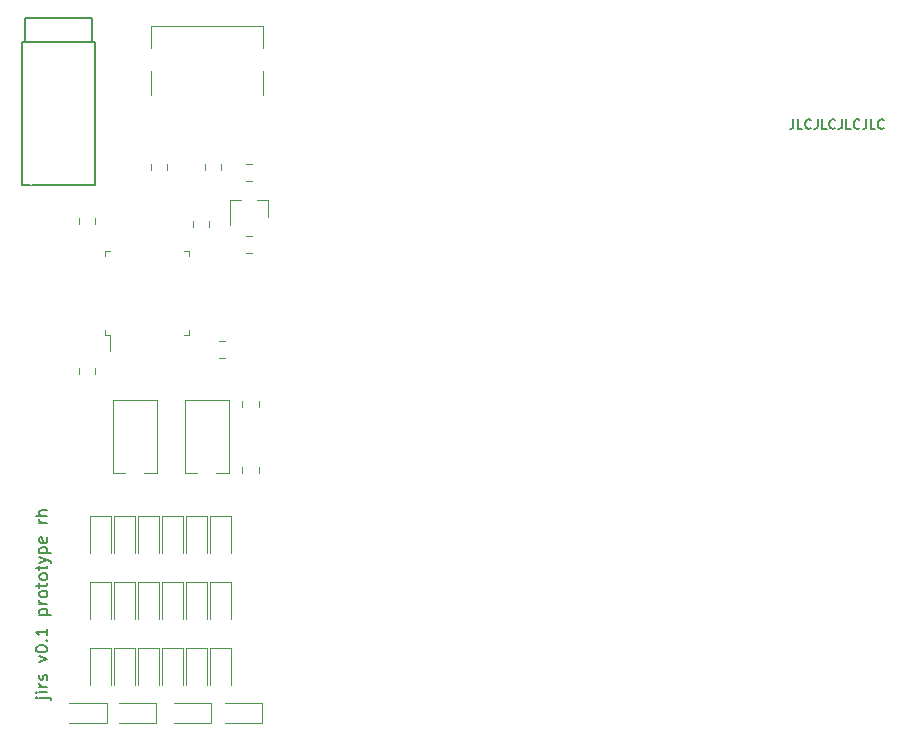
<source format=gto>
G04 #@! TF.GenerationSoftware,KiCad,Pcbnew,5.1.10*
G04 #@! TF.CreationDate,2021-06-22T11:56:20+03:00*
G04 #@! TF.ProjectId,right,72696768-742e-46b6-9963-61645f706362,rev?*
G04 #@! TF.SameCoordinates,Original*
G04 #@! TF.FileFunction,Legend,Top*
G04 #@! TF.FilePolarity,Positive*
%FSLAX46Y46*%
G04 Gerber Fmt 4.6, Leading zero omitted, Abs format (unit mm)*
G04 Created by KiCad (PCBNEW 5.1.10) date 2021-06-22 11:56:20*
%MOMM*%
%LPD*%
G01*
G04 APERTURE LIST*
%ADD10C,0.200000*%
%ADD11C,0.120000*%
%ADD12C,0.150000*%
%ADD13C,4.102000*%
%ADD14C,2.002000*%
%ADD15C,1.802000*%
%ADD16C,0.902000*%
%ADD17O,1.102000X1.502000*%
%ADD18O,1.102000X1.702000*%
%ADD19C,0.752000*%
%ADD20O,1.102000X2.202000*%
G04 APERTURE END LIST*
D10*
X146418761Y-72713904D02*
X146418761Y-73285333D01*
X146380666Y-73399619D01*
X146304476Y-73475809D01*
X146190190Y-73513904D01*
X146114000Y-73513904D01*
X147180666Y-73513904D02*
X146799714Y-73513904D01*
X146799714Y-72713904D01*
X147904476Y-73437714D02*
X147866380Y-73475809D01*
X147752095Y-73513904D01*
X147675904Y-73513904D01*
X147561619Y-73475809D01*
X147485428Y-73399619D01*
X147447333Y-73323428D01*
X147409238Y-73171047D01*
X147409238Y-73056761D01*
X147447333Y-72904380D01*
X147485428Y-72828190D01*
X147561619Y-72752000D01*
X147675904Y-72713904D01*
X147752095Y-72713904D01*
X147866380Y-72752000D01*
X147904476Y-72790095D01*
X148475904Y-72713904D02*
X148475904Y-73285333D01*
X148437809Y-73399619D01*
X148361619Y-73475809D01*
X148247333Y-73513904D01*
X148171142Y-73513904D01*
X149237809Y-73513904D02*
X148856857Y-73513904D01*
X148856857Y-72713904D01*
X149961619Y-73437714D02*
X149923523Y-73475809D01*
X149809238Y-73513904D01*
X149733047Y-73513904D01*
X149618761Y-73475809D01*
X149542571Y-73399619D01*
X149504476Y-73323428D01*
X149466380Y-73171047D01*
X149466380Y-73056761D01*
X149504476Y-72904380D01*
X149542571Y-72828190D01*
X149618761Y-72752000D01*
X149733047Y-72713904D01*
X149809238Y-72713904D01*
X149923523Y-72752000D01*
X149961619Y-72790095D01*
X150533047Y-72713904D02*
X150533047Y-73285333D01*
X150494952Y-73399619D01*
X150418761Y-73475809D01*
X150304476Y-73513904D01*
X150228285Y-73513904D01*
X151294952Y-73513904D02*
X150914000Y-73513904D01*
X150914000Y-72713904D01*
X152018761Y-73437714D02*
X151980666Y-73475809D01*
X151866380Y-73513904D01*
X151790190Y-73513904D01*
X151675904Y-73475809D01*
X151599714Y-73399619D01*
X151561619Y-73323428D01*
X151523523Y-73171047D01*
X151523523Y-73056761D01*
X151561619Y-72904380D01*
X151599714Y-72828190D01*
X151675904Y-72752000D01*
X151790190Y-72713904D01*
X151866380Y-72713904D01*
X151980666Y-72752000D01*
X152018761Y-72790095D01*
X152590190Y-72713904D02*
X152590190Y-73285333D01*
X152552095Y-73399619D01*
X152475904Y-73475809D01*
X152361619Y-73513904D01*
X152285428Y-73513904D01*
X153352095Y-73513904D02*
X152971142Y-73513904D01*
X152971142Y-72713904D01*
X154075904Y-73437714D02*
X154037809Y-73475809D01*
X153923523Y-73513904D01*
X153847333Y-73513904D01*
X153733047Y-73475809D01*
X153656857Y-73399619D01*
X153618761Y-73323428D01*
X153580666Y-73171047D01*
X153580666Y-73056761D01*
X153618761Y-72904380D01*
X153656857Y-72828190D01*
X153733047Y-72752000D01*
X153847333Y-72713904D01*
X153923523Y-72713904D01*
X154037809Y-72752000D01*
X154075904Y-72790095D01*
X82589714Y-121678904D02*
X83446857Y-121678904D01*
X83542095Y-121726523D01*
X83589714Y-121821761D01*
X83589714Y-121869380D01*
X82256380Y-121678904D02*
X82304000Y-121726523D01*
X82351619Y-121678904D01*
X82304000Y-121631285D01*
X82256380Y-121678904D01*
X82351619Y-121678904D01*
X83256380Y-121202714D02*
X82589714Y-121202714D01*
X82256380Y-121202714D02*
X82304000Y-121250333D01*
X82351619Y-121202714D01*
X82304000Y-121155095D01*
X82256380Y-121202714D01*
X82351619Y-121202714D01*
X83256380Y-120726523D02*
X82589714Y-120726523D01*
X82780190Y-120726523D02*
X82684952Y-120678904D01*
X82637333Y-120631285D01*
X82589714Y-120536047D01*
X82589714Y-120440809D01*
X83208761Y-120155095D02*
X83256380Y-120059857D01*
X83256380Y-119869380D01*
X83208761Y-119774142D01*
X83113523Y-119726523D01*
X83065904Y-119726523D01*
X82970666Y-119774142D01*
X82923047Y-119869380D01*
X82923047Y-120012238D01*
X82875428Y-120107476D01*
X82780190Y-120155095D01*
X82732571Y-120155095D01*
X82637333Y-120107476D01*
X82589714Y-120012238D01*
X82589714Y-119869380D01*
X82637333Y-119774142D01*
X82589714Y-118631285D02*
X83256380Y-118393190D01*
X82589714Y-118155095D01*
X82256380Y-117583666D02*
X82256380Y-117488428D01*
X82304000Y-117393190D01*
X82351619Y-117345571D01*
X82446857Y-117297952D01*
X82637333Y-117250333D01*
X82875428Y-117250333D01*
X83065904Y-117297952D01*
X83161142Y-117345571D01*
X83208761Y-117393190D01*
X83256380Y-117488428D01*
X83256380Y-117583666D01*
X83208761Y-117678904D01*
X83161142Y-117726523D01*
X83065904Y-117774142D01*
X82875428Y-117821761D01*
X82637333Y-117821761D01*
X82446857Y-117774142D01*
X82351619Y-117726523D01*
X82304000Y-117678904D01*
X82256380Y-117583666D01*
X83161142Y-116821761D02*
X83208761Y-116774142D01*
X83256380Y-116821761D01*
X83208761Y-116869380D01*
X83161142Y-116821761D01*
X83256380Y-116821761D01*
X83256380Y-115821761D02*
X83256380Y-116393190D01*
X83256380Y-116107476D02*
X82256380Y-116107476D01*
X82399238Y-116202714D01*
X82494476Y-116297952D01*
X82542095Y-116393190D01*
X82589714Y-114631285D02*
X83589714Y-114631285D01*
X82637333Y-114631285D02*
X82589714Y-114536047D01*
X82589714Y-114345571D01*
X82637333Y-114250333D01*
X82684952Y-114202714D01*
X82780190Y-114155095D01*
X83065904Y-114155095D01*
X83161142Y-114202714D01*
X83208761Y-114250333D01*
X83256380Y-114345571D01*
X83256380Y-114536047D01*
X83208761Y-114631285D01*
X83256380Y-113726523D02*
X82589714Y-113726523D01*
X82780190Y-113726523D02*
X82684952Y-113678904D01*
X82637333Y-113631285D01*
X82589714Y-113536047D01*
X82589714Y-113440809D01*
X83256380Y-112964619D02*
X83208761Y-113059857D01*
X83161142Y-113107476D01*
X83065904Y-113155095D01*
X82780190Y-113155095D01*
X82684952Y-113107476D01*
X82637333Y-113059857D01*
X82589714Y-112964619D01*
X82589714Y-112821761D01*
X82637333Y-112726523D01*
X82684952Y-112678904D01*
X82780190Y-112631285D01*
X83065904Y-112631285D01*
X83161142Y-112678904D01*
X83208761Y-112726523D01*
X83256380Y-112821761D01*
X83256380Y-112964619D01*
X82589714Y-112345571D02*
X82589714Y-111964619D01*
X82256380Y-112202714D02*
X83113523Y-112202714D01*
X83208761Y-112155095D01*
X83256380Y-112059857D01*
X83256380Y-111964619D01*
X83256380Y-111488428D02*
X83208761Y-111583666D01*
X83161142Y-111631285D01*
X83065904Y-111678904D01*
X82780190Y-111678904D01*
X82684952Y-111631285D01*
X82637333Y-111583666D01*
X82589714Y-111488428D01*
X82589714Y-111345571D01*
X82637333Y-111250333D01*
X82684952Y-111202714D01*
X82780190Y-111155095D01*
X83065904Y-111155095D01*
X83161142Y-111202714D01*
X83208761Y-111250333D01*
X83256380Y-111345571D01*
X83256380Y-111488428D01*
X82589714Y-110869380D02*
X82589714Y-110488428D01*
X82256380Y-110726523D02*
X83113523Y-110726523D01*
X83208761Y-110678904D01*
X83256380Y-110583666D01*
X83256380Y-110488428D01*
X82589714Y-110250333D02*
X83256380Y-110012238D01*
X82589714Y-109774142D02*
X83256380Y-110012238D01*
X83494476Y-110107476D01*
X83542095Y-110155095D01*
X83589714Y-110250333D01*
X82589714Y-109393190D02*
X83589714Y-109393190D01*
X82637333Y-109393190D02*
X82589714Y-109297952D01*
X82589714Y-109107476D01*
X82637333Y-109012238D01*
X82684952Y-108964619D01*
X82780190Y-108917000D01*
X83065904Y-108917000D01*
X83161142Y-108964619D01*
X83208761Y-109012238D01*
X83256380Y-109107476D01*
X83256380Y-109297952D01*
X83208761Y-109393190D01*
X83208761Y-108107476D02*
X83256380Y-108202714D01*
X83256380Y-108393190D01*
X83208761Y-108488428D01*
X83113523Y-108536047D01*
X82732571Y-108536047D01*
X82637333Y-108488428D01*
X82589714Y-108393190D01*
X82589714Y-108202714D01*
X82637333Y-108107476D01*
X82732571Y-108059857D01*
X82827809Y-108059857D01*
X82923047Y-108536047D01*
X83256380Y-106869380D02*
X82589714Y-106869380D01*
X82780190Y-106869380D02*
X82684952Y-106821761D01*
X82637333Y-106774142D01*
X82589714Y-106678904D01*
X82589714Y-106583666D01*
X83256380Y-106250333D02*
X82256380Y-106250333D01*
X83256380Y-105821761D02*
X82732571Y-105821761D01*
X82637333Y-105869380D01*
X82589714Y-105964619D01*
X82589714Y-106107476D01*
X82637333Y-106202714D01*
X82684952Y-106250333D01*
D11*
X88828000Y-102628000D02*
X88828000Y-96508000D01*
X88828000Y-96508000D02*
X92528000Y-96508000D01*
X92528000Y-96508000D02*
X92528000Y-102628000D01*
X92528000Y-102628000D02*
X88828000Y-102628000D01*
X94924000Y-96508000D02*
X98624000Y-96508000D01*
X94924000Y-102628000D02*
X94924000Y-96508000D01*
X98624000Y-102628000D02*
X94924000Y-102628000D01*
X98624000Y-96508000D02*
X98624000Y-102628000D01*
X99747000Y-102100748D02*
X99747000Y-102623252D01*
X101167000Y-102100748D02*
X101167000Y-102623252D01*
X87324000Y-81018748D02*
X87324000Y-81541252D01*
X85904000Y-81018748D02*
X85904000Y-81541252D01*
X96976000Y-81795252D02*
X96976000Y-81272748D01*
X95556000Y-81795252D02*
X95556000Y-81272748D01*
X97782748Y-91492000D02*
X98305252Y-91492000D01*
X97782748Y-92912000D02*
X98305252Y-92912000D01*
X85904000Y-93718748D02*
X85904000Y-94241252D01*
X87324000Y-93718748D02*
X87324000Y-94241252D01*
X100068748Y-82602000D02*
X100591252Y-82602000D01*
X100068748Y-84022000D02*
X100591252Y-84022000D01*
X100068748Y-77926000D02*
X100591252Y-77926000D01*
X100068748Y-76506000D02*
X100591252Y-76506000D01*
X88280000Y-123786000D02*
X88280000Y-122086000D01*
X88280000Y-122086000D02*
X85130000Y-122086000D01*
X88280000Y-123786000D02*
X85130000Y-123786000D01*
X88607000Y-111892000D02*
X88607000Y-115042000D01*
X86907000Y-111892000D02*
X86907000Y-115042000D01*
X88607000Y-111892000D02*
X86907000Y-111892000D01*
X88607000Y-106304000D02*
X86907000Y-106304000D01*
X86907000Y-106304000D02*
X86907000Y-109454000D01*
X88607000Y-106304000D02*
X88607000Y-109454000D01*
X101448000Y-123786000D02*
X98298000Y-123786000D01*
X101448000Y-122086000D02*
X98298000Y-122086000D01*
X101448000Y-123786000D02*
X101448000Y-122086000D01*
X94703000Y-117480000D02*
X93003000Y-117480000D01*
X93003000Y-117480000D02*
X93003000Y-120630000D01*
X94703000Y-117480000D02*
X94703000Y-120630000D01*
X94703000Y-111892000D02*
X94703000Y-115042000D01*
X93003000Y-111892000D02*
X93003000Y-115042000D01*
X94703000Y-111892000D02*
X93003000Y-111892000D01*
X94703000Y-106304000D02*
X93003000Y-106304000D01*
X93003000Y-106304000D02*
X93003000Y-109454000D01*
X94703000Y-106304000D02*
X94703000Y-109454000D01*
X98767000Y-117480000D02*
X98767000Y-120630000D01*
X97067000Y-117480000D02*
X97067000Y-120630000D01*
X98767000Y-117480000D02*
X97067000Y-117480000D01*
X98767000Y-111892000D02*
X97067000Y-111892000D01*
X97067000Y-111892000D02*
X97067000Y-115042000D01*
X98767000Y-111892000D02*
X98767000Y-115042000D01*
X98767000Y-106304000D02*
X98767000Y-109454000D01*
X97067000Y-106304000D02*
X97067000Y-109454000D01*
X98767000Y-106304000D02*
X97067000Y-106304000D01*
X88607000Y-117480000D02*
X86907000Y-117480000D01*
X86907000Y-117480000D02*
X86907000Y-120630000D01*
X88607000Y-117480000D02*
X88607000Y-120630000D01*
X96735000Y-111892000D02*
X96735000Y-115042000D01*
X95035000Y-111892000D02*
X95035000Y-115042000D01*
X96735000Y-111892000D02*
X95035000Y-111892000D01*
X92471000Y-123786000D02*
X92471000Y-122086000D01*
X92471000Y-122086000D02*
X89321000Y-122086000D01*
X92471000Y-123786000D02*
X89321000Y-123786000D01*
X90639000Y-111892000D02*
X90639000Y-115042000D01*
X88939000Y-111892000D02*
X88939000Y-115042000D01*
X90639000Y-111892000D02*
X88939000Y-111892000D01*
X90639000Y-106304000D02*
X88939000Y-106304000D01*
X88939000Y-106304000D02*
X88939000Y-109454000D01*
X90639000Y-106304000D02*
X90639000Y-109454000D01*
X97130000Y-123786000D02*
X93980000Y-123786000D01*
X97130000Y-122086000D02*
X93980000Y-122086000D01*
X97130000Y-123786000D02*
X97130000Y-122086000D01*
X92671000Y-117480000D02*
X90971000Y-117480000D01*
X90971000Y-117480000D02*
X90971000Y-120630000D01*
X92671000Y-117480000D02*
X92671000Y-120630000D01*
X92671000Y-111892000D02*
X92671000Y-115042000D01*
X90971000Y-111892000D02*
X90971000Y-115042000D01*
X92671000Y-111892000D02*
X90971000Y-111892000D01*
X92671000Y-106304000D02*
X90971000Y-106304000D01*
X90971000Y-106304000D02*
X90971000Y-109454000D01*
X92671000Y-106304000D02*
X92671000Y-109454000D01*
X96735000Y-117480000D02*
X96735000Y-120630000D01*
X95035000Y-117480000D02*
X95035000Y-120630000D01*
X96735000Y-117480000D02*
X95035000Y-117480000D01*
X96735000Y-106304000D02*
X95035000Y-106304000D01*
X95035000Y-106304000D02*
X95035000Y-109454000D01*
X96735000Y-106304000D02*
X96735000Y-109454000D01*
X90639000Y-117480000D02*
X90639000Y-120630000D01*
X88939000Y-117480000D02*
X88939000Y-120630000D01*
X90639000Y-117480000D02*
X88939000Y-117480000D01*
X95254000Y-90936000D02*
X95254000Y-90516000D01*
X88134000Y-90936000D02*
X88554000Y-90936000D01*
X88554000Y-90936000D02*
X88554000Y-92316000D01*
X88134000Y-83816000D02*
X88134000Y-84236000D01*
X95254000Y-83816000D02*
X95254000Y-84236000D01*
X88134000Y-90936000D02*
X88134000Y-90516000D01*
X95254000Y-90936000D02*
X94834000Y-90936000D01*
X95254000Y-83816000D02*
X94834000Y-83816000D01*
X88134000Y-83816000D02*
X88554000Y-83816000D01*
X101910000Y-79504000D02*
X101910000Y-80964000D01*
X98750000Y-79504000D02*
X98750000Y-81664000D01*
X98750000Y-79504000D02*
X99680000Y-79504000D01*
X101910000Y-79504000D02*
X100980000Y-79504000D01*
X96572000Y-76446748D02*
X96572000Y-76969252D01*
X97992000Y-76446748D02*
X97992000Y-76969252D01*
X93420000Y-76446748D02*
X93420000Y-76969252D01*
X92000000Y-76446748D02*
X92000000Y-76969252D01*
X99747000Y-96512748D02*
X99747000Y-97035252D01*
X101167000Y-96512748D02*
X101167000Y-97035252D01*
D12*
X87251000Y-66167000D02*
X81151000Y-66167000D01*
X87251000Y-78267000D02*
X81151000Y-78267000D01*
X87251000Y-66167000D02*
X87251000Y-78267000D01*
X81151000Y-66167000D02*
X81151000Y-78267000D01*
X87001000Y-66167000D02*
X87001000Y-64167000D01*
X81401000Y-66167000D02*
X81401000Y-64167000D01*
X87001000Y-64167000D02*
X81401000Y-64167000D01*
D11*
X101474000Y-64807000D02*
X92074000Y-64807000D01*
X92074000Y-70607000D02*
X92074000Y-68607000D01*
X92074000Y-66707000D02*
X92074000Y-64807000D01*
X101474000Y-70607000D02*
X101474000Y-68607000D01*
X101474000Y-66707000D02*
X101474000Y-64807000D01*
%LPC*%
D13*
X131064000Y-129032000D03*
D14*
X125564000Y-129032000D03*
X136564000Y-129032000D03*
D15*
X136144000Y-129032000D03*
X125984000Y-129032000D03*
D13*
X112014000Y-74422000D03*
D14*
X106514000Y-74422000D03*
X117514000Y-74422000D03*
D15*
X117094000Y-74422000D03*
X106934000Y-74422000D03*
X87884000Y-134112000D03*
X98044000Y-134112000D03*
D14*
X98464000Y-134112000D03*
X87464000Y-134112000D03*
D13*
X92964000Y-134112000D03*
X207264000Y-84582000D03*
D14*
X201764000Y-84582000D03*
X212764000Y-84582000D03*
D15*
X212344000Y-84582000D03*
X202184000Y-84582000D03*
X202184000Y-103632000D03*
X212344000Y-103632000D03*
D14*
X212764000Y-103632000D03*
X201764000Y-103632000D03*
D13*
X207264000Y-103632000D03*
X207264000Y-122682000D03*
D14*
X201764000Y-122682000D03*
X212764000Y-122682000D03*
D15*
X212344000Y-122682000D03*
X202184000Y-122682000D03*
X164084000Y-71882000D03*
X174244000Y-71882000D03*
D14*
X174664000Y-71882000D03*
X163664000Y-71882000D03*
D13*
X169164000Y-71882000D03*
X112014000Y-93472000D03*
D14*
X106514000Y-93472000D03*
X117514000Y-93472000D03*
D15*
X117094000Y-93472000D03*
X106934000Y-93472000D03*
X164084000Y-90932000D03*
X174244000Y-90932000D03*
D14*
X174664000Y-90932000D03*
X163664000Y-90932000D03*
D13*
X169164000Y-90932000D03*
X169164000Y-109982000D03*
D14*
X163664000Y-109982000D03*
X174664000Y-109982000D03*
D15*
X174244000Y-109982000D03*
X164084000Y-109982000D03*
X221234000Y-99314000D03*
X231394000Y-99314000D03*
D14*
X231814000Y-99314000D03*
X220814000Y-99314000D03*
D13*
X226314000Y-99314000D03*
D15*
X106934000Y-112522000D03*
X117094000Y-112522000D03*
D14*
X117514000Y-112522000D03*
X106514000Y-112522000D03*
D13*
X112014000Y-112522000D03*
X188214000Y-82042000D03*
D14*
X182714000Y-82042000D03*
X193714000Y-82042000D03*
D15*
X193294000Y-82042000D03*
X183134000Y-82042000D03*
X183134000Y-101092000D03*
X193294000Y-101092000D03*
D14*
X193714000Y-101092000D03*
X182714000Y-101092000D03*
D13*
X188214000Y-101092000D03*
X188214000Y-120142000D03*
D14*
X182714000Y-120142000D03*
X193714000Y-120142000D03*
D15*
X193294000Y-120142000D03*
X183134000Y-120142000D03*
X145034000Y-69342000D03*
X155194000Y-69342000D03*
D14*
X155614000Y-69342000D03*
X144614000Y-69342000D03*
D13*
X150114000Y-69342000D03*
X150114000Y-88392000D03*
D14*
X144614000Y-88392000D03*
X155614000Y-88392000D03*
D15*
X155194000Y-88392000D03*
X145034000Y-88392000D03*
X145034000Y-107442000D03*
X155194000Y-107442000D03*
D14*
X155614000Y-107442000D03*
X144614000Y-107442000D03*
D13*
X150114000Y-107442000D03*
X131064000Y-71882000D03*
D14*
X125564000Y-71882000D03*
X136564000Y-71882000D03*
D15*
X136144000Y-71882000D03*
X125984000Y-71882000D03*
X125984000Y-90932000D03*
X136144000Y-90932000D03*
D14*
X136564000Y-90932000D03*
X125564000Y-90932000D03*
D13*
X131064000Y-90932000D03*
X131064000Y-109982000D03*
D14*
X125564000Y-109982000D03*
X136564000Y-109982000D03*
D15*
X136144000Y-109982000D03*
X125984000Y-109982000D03*
X106934000Y-131572000D03*
X117094000Y-131572000D03*
D14*
X117514000Y-131572000D03*
X106514000Y-131572000D03*
D13*
X112014000Y-131572000D03*
G36*
G01*
X91428000Y-96469000D02*
X89928000Y-96469000D01*
G75*
G02*
X89877000Y-96418000I0J51000D01*
G01*
X89877000Y-94918000D01*
G75*
G02*
X89928000Y-94867000I51000J0D01*
G01*
X91428000Y-94867000D01*
G75*
G02*
X91479000Y-94918000I0J-51000D01*
G01*
X91479000Y-96418000D01*
G75*
G02*
X91428000Y-96469000I-51000J0D01*
G01*
G37*
G36*
G01*
X91428000Y-104269000D02*
X89928000Y-104269000D01*
G75*
G02*
X89877000Y-104218000I0J51000D01*
G01*
X89877000Y-102718000D01*
G75*
G02*
X89928000Y-102667000I51000J0D01*
G01*
X91428000Y-102667000D01*
G75*
G02*
X91479000Y-102718000I0J-51000D01*
G01*
X91479000Y-104218000D01*
G75*
G02*
X91428000Y-104269000I-51000J0D01*
G01*
G37*
G36*
G01*
X96024000Y-94867000D02*
X97524000Y-94867000D01*
G75*
G02*
X97575000Y-94918000I0J-51000D01*
G01*
X97575000Y-96418000D01*
G75*
G02*
X97524000Y-96469000I-51000J0D01*
G01*
X96024000Y-96469000D01*
G75*
G02*
X95973000Y-96418000I0J51000D01*
G01*
X95973000Y-94918000D01*
G75*
G02*
X96024000Y-94867000I51000J0D01*
G01*
G37*
G36*
G01*
X96024000Y-102667000D02*
X97524000Y-102667000D01*
G75*
G02*
X97575000Y-102718000I0J-51000D01*
G01*
X97575000Y-104218000D01*
G75*
G02*
X97524000Y-104269000I-51000J0D01*
G01*
X96024000Y-104269000D01*
G75*
G02*
X95973000Y-104218000I0J51000D01*
G01*
X95973000Y-102718000D01*
G75*
G02*
X96024000Y-102667000I51000J0D01*
G01*
G37*
G36*
G01*
X99978172Y-100711000D02*
X100935828Y-100711000D01*
G75*
G02*
X101208000Y-100983172I0J-272172D01*
G01*
X101208000Y-101690828D01*
G75*
G02*
X100935828Y-101963000I-272172J0D01*
G01*
X99978172Y-101963000D01*
G75*
G02*
X99706000Y-101690828I0J272172D01*
G01*
X99706000Y-100983172D01*
G75*
G02*
X99978172Y-100711000I272172J0D01*
G01*
G37*
G36*
G01*
X99978172Y-102761000D02*
X100935828Y-102761000D01*
G75*
G02*
X101208000Y-103033172I0J-272172D01*
G01*
X101208000Y-103740828D01*
G75*
G02*
X100935828Y-104013000I-272172J0D01*
G01*
X99978172Y-104013000D01*
G75*
G02*
X99706000Y-103740828I0J272172D01*
G01*
X99706000Y-103033172D01*
G75*
G02*
X99978172Y-102761000I272172J0D01*
G01*
G37*
G36*
G01*
X86135172Y-81679000D02*
X87092828Y-81679000D01*
G75*
G02*
X87365000Y-81951172I0J-272172D01*
G01*
X87365000Y-82658828D01*
G75*
G02*
X87092828Y-82931000I-272172J0D01*
G01*
X86135172Y-82931000D01*
G75*
G02*
X85863000Y-82658828I0J272172D01*
G01*
X85863000Y-81951172D01*
G75*
G02*
X86135172Y-81679000I272172J0D01*
G01*
G37*
G36*
G01*
X86135172Y-79629000D02*
X87092828Y-79629000D01*
G75*
G02*
X87365000Y-79901172I0J-272172D01*
G01*
X87365000Y-80608828D01*
G75*
G02*
X87092828Y-80881000I-272172J0D01*
G01*
X86135172Y-80881000D01*
G75*
G02*
X85863000Y-80608828I0J272172D01*
G01*
X85863000Y-79901172D01*
G75*
G02*
X86135172Y-79629000I272172J0D01*
G01*
G37*
G36*
G01*
X96744828Y-83185000D02*
X95787172Y-83185000D01*
G75*
G02*
X95515000Y-82912828I0J272172D01*
G01*
X95515000Y-82205172D01*
G75*
G02*
X95787172Y-81933000I272172J0D01*
G01*
X96744828Y-81933000D01*
G75*
G02*
X97017000Y-82205172I0J-272172D01*
G01*
X97017000Y-82912828D01*
G75*
G02*
X96744828Y-83185000I-272172J0D01*
G01*
G37*
G36*
G01*
X96744828Y-81135000D02*
X95787172Y-81135000D01*
G75*
G02*
X95515000Y-80862828I0J272172D01*
G01*
X95515000Y-80155172D01*
G75*
G02*
X95787172Y-79883000I272172J0D01*
G01*
X96744828Y-79883000D01*
G75*
G02*
X97017000Y-80155172I0J-272172D01*
G01*
X97017000Y-80862828D01*
G75*
G02*
X96744828Y-81135000I-272172J0D01*
G01*
G37*
G36*
G01*
X98443000Y-92680828D02*
X98443000Y-91723172D01*
G75*
G02*
X98715172Y-91451000I272172J0D01*
G01*
X99422828Y-91451000D01*
G75*
G02*
X99695000Y-91723172I0J-272172D01*
G01*
X99695000Y-92680828D01*
G75*
G02*
X99422828Y-92953000I-272172J0D01*
G01*
X98715172Y-92953000D01*
G75*
G02*
X98443000Y-92680828I0J272172D01*
G01*
G37*
G36*
G01*
X96393000Y-92680828D02*
X96393000Y-91723172D01*
G75*
G02*
X96665172Y-91451000I272172J0D01*
G01*
X97372828Y-91451000D01*
G75*
G02*
X97645000Y-91723172I0J-272172D01*
G01*
X97645000Y-92680828D01*
G75*
G02*
X97372828Y-92953000I-272172J0D01*
G01*
X96665172Y-92953000D01*
G75*
G02*
X96393000Y-92680828I0J272172D01*
G01*
G37*
G36*
G01*
X86135172Y-92329000D02*
X87092828Y-92329000D01*
G75*
G02*
X87365000Y-92601172I0J-272172D01*
G01*
X87365000Y-93308828D01*
G75*
G02*
X87092828Y-93581000I-272172J0D01*
G01*
X86135172Y-93581000D01*
G75*
G02*
X85863000Y-93308828I0J272172D01*
G01*
X85863000Y-92601172D01*
G75*
G02*
X86135172Y-92329000I272172J0D01*
G01*
G37*
G36*
G01*
X86135172Y-94379000D02*
X87092828Y-94379000D01*
G75*
G02*
X87365000Y-94651172I0J-272172D01*
G01*
X87365000Y-95358828D01*
G75*
G02*
X87092828Y-95631000I-272172J0D01*
G01*
X86135172Y-95631000D01*
G75*
G02*
X85863000Y-95358828I0J272172D01*
G01*
X85863000Y-94651172D01*
G75*
G02*
X86135172Y-94379000I272172J0D01*
G01*
G37*
G36*
G01*
X100729000Y-83790828D02*
X100729000Y-82833172D01*
G75*
G02*
X101001172Y-82561000I272172J0D01*
G01*
X101708828Y-82561000D01*
G75*
G02*
X101981000Y-82833172I0J-272172D01*
G01*
X101981000Y-83790828D01*
G75*
G02*
X101708828Y-84063000I-272172J0D01*
G01*
X101001172Y-84063000D01*
G75*
G02*
X100729000Y-83790828I0J272172D01*
G01*
G37*
G36*
G01*
X98679000Y-83790828D02*
X98679000Y-82833172D01*
G75*
G02*
X98951172Y-82561000I272172J0D01*
G01*
X99658828Y-82561000D01*
G75*
G02*
X99931000Y-82833172I0J-272172D01*
G01*
X99931000Y-83790828D01*
G75*
G02*
X99658828Y-84063000I-272172J0D01*
G01*
X98951172Y-84063000D01*
G75*
G02*
X98679000Y-83790828I0J272172D01*
G01*
G37*
G36*
G01*
X98679000Y-77694828D02*
X98679000Y-76737172D01*
G75*
G02*
X98951172Y-76465000I272172J0D01*
G01*
X99658828Y-76465000D01*
G75*
G02*
X99931000Y-76737172I0J-272172D01*
G01*
X99931000Y-77694828D01*
G75*
G02*
X99658828Y-77967000I-272172J0D01*
G01*
X98951172Y-77967000D01*
G75*
G02*
X98679000Y-77694828I0J272172D01*
G01*
G37*
G36*
G01*
X100729000Y-77694828D02*
X100729000Y-76737172D01*
G75*
G02*
X101001172Y-76465000I272172J0D01*
G01*
X101708828Y-76465000D01*
G75*
G02*
X101981000Y-76737172I0J-272172D01*
G01*
X101981000Y-77694828D01*
G75*
G02*
X101708828Y-77967000I-272172J0D01*
G01*
X101001172Y-77967000D01*
G75*
G02*
X100729000Y-77694828I0J272172D01*
G01*
G37*
G36*
G01*
X85681000Y-122436000D02*
X85681000Y-123436000D01*
G75*
G02*
X85630000Y-123487000I-51000J0D01*
G01*
X84630000Y-123487000D01*
G75*
G02*
X84579000Y-123436000I0J51000D01*
G01*
X84579000Y-122436000D01*
G75*
G02*
X84630000Y-122385000I51000J0D01*
G01*
X85630000Y-122385000D01*
G75*
G02*
X85681000Y-122436000I0J-51000D01*
G01*
G37*
G36*
G01*
X88181000Y-122436000D02*
X88181000Y-123436000D01*
G75*
G02*
X88130000Y-123487000I-51000J0D01*
G01*
X87130000Y-123487000D01*
G75*
G02*
X87079000Y-123436000I0J51000D01*
G01*
X87079000Y-122436000D01*
G75*
G02*
X87130000Y-122385000I51000J0D01*
G01*
X88130000Y-122385000D01*
G75*
G02*
X88181000Y-122436000I0J-51000D01*
G01*
G37*
G36*
G01*
X87257000Y-111991000D02*
X88257000Y-111991000D01*
G75*
G02*
X88308000Y-112042000I0J-51000D01*
G01*
X88308000Y-113042000D01*
G75*
G02*
X88257000Y-113093000I-51000J0D01*
G01*
X87257000Y-113093000D01*
G75*
G02*
X87206000Y-113042000I0J51000D01*
G01*
X87206000Y-112042000D01*
G75*
G02*
X87257000Y-111991000I51000J0D01*
G01*
G37*
G36*
G01*
X87257000Y-114491000D02*
X88257000Y-114491000D01*
G75*
G02*
X88308000Y-114542000I0J-51000D01*
G01*
X88308000Y-115542000D01*
G75*
G02*
X88257000Y-115593000I-51000J0D01*
G01*
X87257000Y-115593000D01*
G75*
G02*
X87206000Y-115542000I0J51000D01*
G01*
X87206000Y-114542000D01*
G75*
G02*
X87257000Y-114491000I51000J0D01*
G01*
G37*
G36*
G01*
X87257000Y-108903000D02*
X88257000Y-108903000D01*
G75*
G02*
X88308000Y-108954000I0J-51000D01*
G01*
X88308000Y-109954000D01*
G75*
G02*
X88257000Y-110005000I-51000J0D01*
G01*
X87257000Y-110005000D01*
G75*
G02*
X87206000Y-109954000I0J51000D01*
G01*
X87206000Y-108954000D01*
G75*
G02*
X87257000Y-108903000I51000J0D01*
G01*
G37*
G36*
G01*
X87257000Y-106403000D02*
X88257000Y-106403000D01*
G75*
G02*
X88308000Y-106454000I0J-51000D01*
G01*
X88308000Y-107454000D01*
G75*
G02*
X88257000Y-107505000I-51000J0D01*
G01*
X87257000Y-107505000D01*
G75*
G02*
X87206000Y-107454000I0J51000D01*
G01*
X87206000Y-106454000D01*
G75*
G02*
X87257000Y-106403000I51000J0D01*
G01*
G37*
G36*
G01*
X101349000Y-122436000D02*
X101349000Y-123436000D01*
G75*
G02*
X101298000Y-123487000I-51000J0D01*
G01*
X100298000Y-123487000D01*
G75*
G02*
X100247000Y-123436000I0J51000D01*
G01*
X100247000Y-122436000D01*
G75*
G02*
X100298000Y-122385000I51000J0D01*
G01*
X101298000Y-122385000D01*
G75*
G02*
X101349000Y-122436000I0J-51000D01*
G01*
G37*
G36*
G01*
X98849000Y-122436000D02*
X98849000Y-123436000D01*
G75*
G02*
X98798000Y-123487000I-51000J0D01*
G01*
X97798000Y-123487000D01*
G75*
G02*
X97747000Y-123436000I0J51000D01*
G01*
X97747000Y-122436000D01*
G75*
G02*
X97798000Y-122385000I51000J0D01*
G01*
X98798000Y-122385000D01*
G75*
G02*
X98849000Y-122436000I0J-51000D01*
G01*
G37*
G36*
G01*
X93353000Y-120079000D02*
X94353000Y-120079000D01*
G75*
G02*
X94404000Y-120130000I0J-51000D01*
G01*
X94404000Y-121130000D01*
G75*
G02*
X94353000Y-121181000I-51000J0D01*
G01*
X93353000Y-121181000D01*
G75*
G02*
X93302000Y-121130000I0J51000D01*
G01*
X93302000Y-120130000D01*
G75*
G02*
X93353000Y-120079000I51000J0D01*
G01*
G37*
G36*
G01*
X93353000Y-117579000D02*
X94353000Y-117579000D01*
G75*
G02*
X94404000Y-117630000I0J-51000D01*
G01*
X94404000Y-118630000D01*
G75*
G02*
X94353000Y-118681000I-51000J0D01*
G01*
X93353000Y-118681000D01*
G75*
G02*
X93302000Y-118630000I0J51000D01*
G01*
X93302000Y-117630000D01*
G75*
G02*
X93353000Y-117579000I51000J0D01*
G01*
G37*
G36*
G01*
X93353000Y-111991000D02*
X94353000Y-111991000D01*
G75*
G02*
X94404000Y-112042000I0J-51000D01*
G01*
X94404000Y-113042000D01*
G75*
G02*
X94353000Y-113093000I-51000J0D01*
G01*
X93353000Y-113093000D01*
G75*
G02*
X93302000Y-113042000I0J51000D01*
G01*
X93302000Y-112042000D01*
G75*
G02*
X93353000Y-111991000I51000J0D01*
G01*
G37*
G36*
G01*
X93353000Y-114491000D02*
X94353000Y-114491000D01*
G75*
G02*
X94404000Y-114542000I0J-51000D01*
G01*
X94404000Y-115542000D01*
G75*
G02*
X94353000Y-115593000I-51000J0D01*
G01*
X93353000Y-115593000D01*
G75*
G02*
X93302000Y-115542000I0J51000D01*
G01*
X93302000Y-114542000D01*
G75*
G02*
X93353000Y-114491000I51000J0D01*
G01*
G37*
G36*
G01*
X93353000Y-108903000D02*
X94353000Y-108903000D01*
G75*
G02*
X94404000Y-108954000I0J-51000D01*
G01*
X94404000Y-109954000D01*
G75*
G02*
X94353000Y-110005000I-51000J0D01*
G01*
X93353000Y-110005000D01*
G75*
G02*
X93302000Y-109954000I0J51000D01*
G01*
X93302000Y-108954000D01*
G75*
G02*
X93353000Y-108903000I51000J0D01*
G01*
G37*
G36*
G01*
X93353000Y-106403000D02*
X94353000Y-106403000D01*
G75*
G02*
X94404000Y-106454000I0J-51000D01*
G01*
X94404000Y-107454000D01*
G75*
G02*
X94353000Y-107505000I-51000J0D01*
G01*
X93353000Y-107505000D01*
G75*
G02*
X93302000Y-107454000I0J51000D01*
G01*
X93302000Y-106454000D01*
G75*
G02*
X93353000Y-106403000I51000J0D01*
G01*
G37*
G36*
G01*
X97417000Y-117579000D02*
X98417000Y-117579000D01*
G75*
G02*
X98468000Y-117630000I0J-51000D01*
G01*
X98468000Y-118630000D01*
G75*
G02*
X98417000Y-118681000I-51000J0D01*
G01*
X97417000Y-118681000D01*
G75*
G02*
X97366000Y-118630000I0J51000D01*
G01*
X97366000Y-117630000D01*
G75*
G02*
X97417000Y-117579000I51000J0D01*
G01*
G37*
G36*
G01*
X97417000Y-120079000D02*
X98417000Y-120079000D01*
G75*
G02*
X98468000Y-120130000I0J-51000D01*
G01*
X98468000Y-121130000D01*
G75*
G02*
X98417000Y-121181000I-51000J0D01*
G01*
X97417000Y-121181000D01*
G75*
G02*
X97366000Y-121130000I0J51000D01*
G01*
X97366000Y-120130000D01*
G75*
G02*
X97417000Y-120079000I51000J0D01*
G01*
G37*
G36*
G01*
X97417000Y-114491000D02*
X98417000Y-114491000D01*
G75*
G02*
X98468000Y-114542000I0J-51000D01*
G01*
X98468000Y-115542000D01*
G75*
G02*
X98417000Y-115593000I-51000J0D01*
G01*
X97417000Y-115593000D01*
G75*
G02*
X97366000Y-115542000I0J51000D01*
G01*
X97366000Y-114542000D01*
G75*
G02*
X97417000Y-114491000I51000J0D01*
G01*
G37*
G36*
G01*
X97417000Y-111991000D02*
X98417000Y-111991000D01*
G75*
G02*
X98468000Y-112042000I0J-51000D01*
G01*
X98468000Y-113042000D01*
G75*
G02*
X98417000Y-113093000I-51000J0D01*
G01*
X97417000Y-113093000D01*
G75*
G02*
X97366000Y-113042000I0J51000D01*
G01*
X97366000Y-112042000D01*
G75*
G02*
X97417000Y-111991000I51000J0D01*
G01*
G37*
G36*
G01*
X97417000Y-106403000D02*
X98417000Y-106403000D01*
G75*
G02*
X98468000Y-106454000I0J-51000D01*
G01*
X98468000Y-107454000D01*
G75*
G02*
X98417000Y-107505000I-51000J0D01*
G01*
X97417000Y-107505000D01*
G75*
G02*
X97366000Y-107454000I0J51000D01*
G01*
X97366000Y-106454000D01*
G75*
G02*
X97417000Y-106403000I51000J0D01*
G01*
G37*
G36*
G01*
X97417000Y-108903000D02*
X98417000Y-108903000D01*
G75*
G02*
X98468000Y-108954000I0J-51000D01*
G01*
X98468000Y-109954000D01*
G75*
G02*
X98417000Y-110005000I-51000J0D01*
G01*
X97417000Y-110005000D01*
G75*
G02*
X97366000Y-109954000I0J51000D01*
G01*
X97366000Y-108954000D01*
G75*
G02*
X97417000Y-108903000I51000J0D01*
G01*
G37*
G36*
G01*
X87257000Y-120079000D02*
X88257000Y-120079000D01*
G75*
G02*
X88308000Y-120130000I0J-51000D01*
G01*
X88308000Y-121130000D01*
G75*
G02*
X88257000Y-121181000I-51000J0D01*
G01*
X87257000Y-121181000D01*
G75*
G02*
X87206000Y-121130000I0J51000D01*
G01*
X87206000Y-120130000D01*
G75*
G02*
X87257000Y-120079000I51000J0D01*
G01*
G37*
G36*
G01*
X87257000Y-117579000D02*
X88257000Y-117579000D01*
G75*
G02*
X88308000Y-117630000I0J-51000D01*
G01*
X88308000Y-118630000D01*
G75*
G02*
X88257000Y-118681000I-51000J0D01*
G01*
X87257000Y-118681000D01*
G75*
G02*
X87206000Y-118630000I0J51000D01*
G01*
X87206000Y-117630000D01*
G75*
G02*
X87257000Y-117579000I51000J0D01*
G01*
G37*
G36*
G01*
X95385000Y-111991000D02*
X96385000Y-111991000D01*
G75*
G02*
X96436000Y-112042000I0J-51000D01*
G01*
X96436000Y-113042000D01*
G75*
G02*
X96385000Y-113093000I-51000J0D01*
G01*
X95385000Y-113093000D01*
G75*
G02*
X95334000Y-113042000I0J51000D01*
G01*
X95334000Y-112042000D01*
G75*
G02*
X95385000Y-111991000I51000J0D01*
G01*
G37*
G36*
G01*
X95385000Y-114491000D02*
X96385000Y-114491000D01*
G75*
G02*
X96436000Y-114542000I0J-51000D01*
G01*
X96436000Y-115542000D01*
G75*
G02*
X96385000Y-115593000I-51000J0D01*
G01*
X95385000Y-115593000D01*
G75*
G02*
X95334000Y-115542000I0J51000D01*
G01*
X95334000Y-114542000D01*
G75*
G02*
X95385000Y-114491000I51000J0D01*
G01*
G37*
G36*
G01*
X89872000Y-122436000D02*
X89872000Y-123436000D01*
G75*
G02*
X89821000Y-123487000I-51000J0D01*
G01*
X88821000Y-123487000D01*
G75*
G02*
X88770000Y-123436000I0J51000D01*
G01*
X88770000Y-122436000D01*
G75*
G02*
X88821000Y-122385000I51000J0D01*
G01*
X89821000Y-122385000D01*
G75*
G02*
X89872000Y-122436000I0J-51000D01*
G01*
G37*
G36*
G01*
X92372000Y-122436000D02*
X92372000Y-123436000D01*
G75*
G02*
X92321000Y-123487000I-51000J0D01*
G01*
X91321000Y-123487000D01*
G75*
G02*
X91270000Y-123436000I0J51000D01*
G01*
X91270000Y-122436000D01*
G75*
G02*
X91321000Y-122385000I51000J0D01*
G01*
X92321000Y-122385000D01*
G75*
G02*
X92372000Y-122436000I0J-51000D01*
G01*
G37*
G36*
G01*
X89289000Y-111991000D02*
X90289000Y-111991000D01*
G75*
G02*
X90340000Y-112042000I0J-51000D01*
G01*
X90340000Y-113042000D01*
G75*
G02*
X90289000Y-113093000I-51000J0D01*
G01*
X89289000Y-113093000D01*
G75*
G02*
X89238000Y-113042000I0J51000D01*
G01*
X89238000Y-112042000D01*
G75*
G02*
X89289000Y-111991000I51000J0D01*
G01*
G37*
G36*
G01*
X89289000Y-114491000D02*
X90289000Y-114491000D01*
G75*
G02*
X90340000Y-114542000I0J-51000D01*
G01*
X90340000Y-115542000D01*
G75*
G02*
X90289000Y-115593000I-51000J0D01*
G01*
X89289000Y-115593000D01*
G75*
G02*
X89238000Y-115542000I0J51000D01*
G01*
X89238000Y-114542000D01*
G75*
G02*
X89289000Y-114491000I51000J0D01*
G01*
G37*
G36*
G01*
X89289000Y-108903000D02*
X90289000Y-108903000D01*
G75*
G02*
X90340000Y-108954000I0J-51000D01*
G01*
X90340000Y-109954000D01*
G75*
G02*
X90289000Y-110005000I-51000J0D01*
G01*
X89289000Y-110005000D01*
G75*
G02*
X89238000Y-109954000I0J51000D01*
G01*
X89238000Y-108954000D01*
G75*
G02*
X89289000Y-108903000I51000J0D01*
G01*
G37*
G36*
G01*
X89289000Y-106403000D02*
X90289000Y-106403000D01*
G75*
G02*
X90340000Y-106454000I0J-51000D01*
G01*
X90340000Y-107454000D01*
G75*
G02*
X90289000Y-107505000I-51000J0D01*
G01*
X89289000Y-107505000D01*
G75*
G02*
X89238000Y-107454000I0J51000D01*
G01*
X89238000Y-106454000D01*
G75*
G02*
X89289000Y-106403000I51000J0D01*
G01*
G37*
G36*
G01*
X97031000Y-122436000D02*
X97031000Y-123436000D01*
G75*
G02*
X96980000Y-123487000I-51000J0D01*
G01*
X95980000Y-123487000D01*
G75*
G02*
X95929000Y-123436000I0J51000D01*
G01*
X95929000Y-122436000D01*
G75*
G02*
X95980000Y-122385000I51000J0D01*
G01*
X96980000Y-122385000D01*
G75*
G02*
X97031000Y-122436000I0J-51000D01*
G01*
G37*
G36*
G01*
X94531000Y-122436000D02*
X94531000Y-123436000D01*
G75*
G02*
X94480000Y-123487000I-51000J0D01*
G01*
X93480000Y-123487000D01*
G75*
G02*
X93429000Y-123436000I0J51000D01*
G01*
X93429000Y-122436000D01*
G75*
G02*
X93480000Y-122385000I51000J0D01*
G01*
X94480000Y-122385000D01*
G75*
G02*
X94531000Y-122436000I0J-51000D01*
G01*
G37*
G36*
G01*
X91321000Y-120079000D02*
X92321000Y-120079000D01*
G75*
G02*
X92372000Y-120130000I0J-51000D01*
G01*
X92372000Y-121130000D01*
G75*
G02*
X92321000Y-121181000I-51000J0D01*
G01*
X91321000Y-121181000D01*
G75*
G02*
X91270000Y-121130000I0J51000D01*
G01*
X91270000Y-120130000D01*
G75*
G02*
X91321000Y-120079000I51000J0D01*
G01*
G37*
G36*
G01*
X91321000Y-117579000D02*
X92321000Y-117579000D01*
G75*
G02*
X92372000Y-117630000I0J-51000D01*
G01*
X92372000Y-118630000D01*
G75*
G02*
X92321000Y-118681000I-51000J0D01*
G01*
X91321000Y-118681000D01*
G75*
G02*
X91270000Y-118630000I0J51000D01*
G01*
X91270000Y-117630000D01*
G75*
G02*
X91321000Y-117579000I51000J0D01*
G01*
G37*
G36*
G01*
X91321000Y-111991000D02*
X92321000Y-111991000D01*
G75*
G02*
X92372000Y-112042000I0J-51000D01*
G01*
X92372000Y-113042000D01*
G75*
G02*
X92321000Y-113093000I-51000J0D01*
G01*
X91321000Y-113093000D01*
G75*
G02*
X91270000Y-113042000I0J51000D01*
G01*
X91270000Y-112042000D01*
G75*
G02*
X91321000Y-111991000I51000J0D01*
G01*
G37*
G36*
G01*
X91321000Y-114491000D02*
X92321000Y-114491000D01*
G75*
G02*
X92372000Y-114542000I0J-51000D01*
G01*
X92372000Y-115542000D01*
G75*
G02*
X92321000Y-115593000I-51000J0D01*
G01*
X91321000Y-115593000D01*
G75*
G02*
X91270000Y-115542000I0J51000D01*
G01*
X91270000Y-114542000D01*
G75*
G02*
X91321000Y-114491000I51000J0D01*
G01*
G37*
G36*
G01*
X91321000Y-108903000D02*
X92321000Y-108903000D01*
G75*
G02*
X92372000Y-108954000I0J-51000D01*
G01*
X92372000Y-109954000D01*
G75*
G02*
X92321000Y-110005000I-51000J0D01*
G01*
X91321000Y-110005000D01*
G75*
G02*
X91270000Y-109954000I0J51000D01*
G01*
X91270000Y-108954000D01*
G75*
G02*
X91321000Y-108903000I51000J0D01*
G01*
G37*
G36*
G01*
X91321000Y-106403000D02*
X92321000Y-106403000D01*
G75*
G02*
X92372000Y-106454000I0J-51000D01*
G01*
X92372000Y-107454000D01*
G75*
G02*
X92321000Y-107505000I-51000J0D01*
G01*
X91321000Y-107505000D01*
G75*
G02*
X91270000Y-107454000I0J51000D01*
G01*
X91270000Y-106454000D01*
G75*
G02*
X91321000Y-106403000I51000J0D01*
G01*
G37*
G36*
G01*
X95385000Y-117579000D02*
X96385000Y-117579000D01*
G75*
G02*
X96436000Y-117630000I0J-51000D01*
G01*
X96436000Y-118630000D01*
G75*
G02*
X96385000Y-118681000I-51000J0D01*
G01*
X95385000Y-118681000D01*
G75*
G02*
X95334000Y-118630000I0J51000D01*
G01*
X95334000Y-117630000D01*
G75*
G02*
X95385000Y-117579000I51000J0D01*
G01*
G37*
G36*
G01*
X95385000Y-120079000D02*
X96385000Y-120079000D01*
G75*
G02*
X96436000Y-120130000I0J-51000D01*
G01*
X96436000Y-121130000D01*
G75*
G02*
X96385000Y-121181000I-51000J0D01*
G01*
X95385000Y-121181000D01*
G75*
G02*
X95334000Y-121130000I0J51000D01*
G01*
X95334000Y-120130000D01*
G75*
G02*
X95385000Y-120079000I51000J0D01*
G01*
G37*
G36*
G01*
X95385000Y-108903000D02*
X96385000Y-108903000D01*
G75*
G02*
X96436000Y-108954000I0J-51000D01*
G01*
X96436000Y-109954000D01*
G75*
G02*
X96385000Y-110005000I-51000J0D01*
G01*
X95385000Y-110005000D01*
G75*
G02*
X95334000Y-109954000I0J51000D01*
G01*
X95334000Y-108954000D01*
G75*
G02*
X95385000Y-108903000I51000J0D01*
G01*
G37*
G36*
G01*
X95385000Y-106403000D02*
X96385000Y-106403000D01*
G75*
G02*
X96436000Y-106454000I0J-51000D01*
G01*
X96436000Y-107454000D01*
G75*
G02*
X96385000Y-107505000I-51000J0D01*
G01*
X95385000Y-107505000D01*
G75*
G02*
X95334000Y-107454000I0J51000D01*
G01*
X95334000Y-106454000D01*
G75*
G02*
X95385000Y-106403000I51000J0D01*
G01*
G37*
G36*
G01*
X89289000Y-117579000D02*
X90289000Y-117579000D01*
G75*
G02*
X90340000Y-117630000I0J-51000D01*
G01*
X90340000Y-118630000D01*
G75*
G02*
X90289000Y-118681000I-51000J0D01*
G01*
X89289000Y-118681000D01*
G75*
G02*
X89238000Y-118630000I0J51000D01*
G01*
X89238000Y-117630000D01*
G75*
G02*
X89289000Y-117579000I51000J0D01*
G01*
G37*
G36*
G01*
X89289000Y-120079000D02*
X90289000Y-120079000D01*
G75*
G02*
X90340000Y-120130000I0J-51000D01*
G01*
X90340000Y-121130000D01*
G75*
G02*
X90289000Y-121181000I-51000J0D01*
G01*
X89289000Y-121181000D01*
G75*
G02*
X89238000Y-121130000I0J51000D01*
G01*
X89238000Y-120130000D01*
G75*
G02*
X89289000Y-120079000I51000J0D01*
G01*
G37*
G36*
G01*
X89069000Y-92427000D02*
X88819000Y-92427000D01*
G75*
G02*
X88768000Y-92376000I0J51000D01*
G01*
X88768000Y-91076000D01*
G75*
G02*
X88819000Y-91025000I51000J0D01*
G01*
X89069000Y-91025000D01*
G75*
G02*
X89120000Y-91076000I0J-51000D01*
G01*
X89120000Y-92376000D01*
G75*
G02*
X89069000Y-92427000I-51000J0D01*
G01*
G37*
G36*
G01*
X89569000Y-92427000D02*
X89319000Y-92427000D01*
G75*
G02*
X89268000Y-92376000I0J51000D01*
G01*
X89268000Y-91076000D01*
G75*
G02*
X89319000Y-91025000I51000J0D01*
G01*
X89569000Y-91025000D01*
G75*
G02*
X89620000Y-91076000I0J-51000D01*
G01*
X89620000Y-92376000D01*
G75*
G02*
X89569000Y-92427000I-51000J0D01*
G01*
G37*
G36*
G01*
X90069000Y-92427000D02*
X89819000Y-92427000D01*
G75*
G02*
X89768000Y-92376000I0J51000D01*
G01*
X89768000Y-91076000D01*
G75*
G02*
X89819000Y-91025000I51000J0D01*
G01*
X90069000Y-91025000D01*
G75*
G02*
X90120000Y-91076000I0J-51000D01*
G01*
X90120000Y-92376000D01*
G75*
G02*
X90069000Y-92427000I-51000J0D01*
G01*
G37*
G36*
G01*
X90569000Y-92427000D02*
X90319000Y-92427000D01*
G75*
G02*
X90268000Y-92376000I0J51000D01*
G01*
X90268000Y-91076000D01*
G75*
G02*
X90319000Y-91025000I51000J0D01*
G01*
X90569000Y-91025000D01*
G75*
G02*
X90620000Y-91076000I0J-51000D01*
G01*
X90620000Y-92376000D01*
G75*
G02*
X90569000Y-92427000I-51000J0D01*
G01*
G37*
G36*
G01*
X91069000Y-92427000D02*
X90819000Y-92427000D01*
G75*
G02*
X90768000Y-92376000I0J51000D01*
G01*
X90768000Y-91076000D01*
G75*
G02*
X90819000Y-91025000I51000J0D01*
G01*
X91069000Y-91025000D01*
G75*
G02*
X91120000Y-91076000I0J-51000D01*
G01*
X91120000Y-92376000D01*
G75*
G02*
X91069000Y-92427000I-51000J0D01*
G01*
G37*
G36*
G01*
X91569000Y-92427000D02*
X91319000Y-92427000D01*
G75*
G02*
X91268000Y-92376000I0J51000D01*
G01*
X91268000Y-91076000D01*
G75*
G02*
X91319000Y-91025000I51000J0D01*
G01*
X91569000Y-91025000D01*
G75*
G02*
X91620000Y-91076000I0J-51000D01*
G01*
X91620000Y-92376000D01*
G75*
G02*
X91569000Y-92427000I-51000J0D01*
G01*
G37*
G36*
G01*
X92069000Y-92427000D02*
X91819000Y-92427000D01*
G75*
G02*
X91768000Y-92376000I0J51000D01*
G01*
X91768000Y-91076000D01*
G75*
G02*
X91819000Y-91025000I51000J0D01*
G01*
X92069000Y-91025000D01*
G75*
G02*
X92120000Y-91076000I0J-51000D01*
G01*
X92120000Y-92376000D01*
G75*
G02*
X92069000Y-92427000I-51000J0D01*
G01*
G37*
G36*
G01*
X92569000Y-92427000D02*
X92319000Y-92427000D01*
G75*
G02*
X92268000Y-92376000I0J51000D01*
G01*
X92268000Y-91076000D01*
G75*
G02*
X92319000Y-91025000I51000J0D01*
G01*
X92569000Y-91025000D01*
G75*
G02*
X92620000Y-91076000I0J-51000D01*
G01*
X92620000Y-92376000D01*
G75*
G02*
X92569000Y-92427000I-51000J0D01*
G01*
G37*
G36*
G01*
X93069000Y-92427000D02*
X92819000Y-92427000D01*
G75*
G02*
X92768000Y-92376000I0J51000D01*
G01*
X92768000Y-91076000D01*
G75*
G02*
X92819000Y-91025000I51000J0D01*
G01*
X93069000Y-91025000D01*
G75*
G02*
X93120000Y-91076000I0J-51000D01*
G01*
X93120000Y-92376000D01*
G75*
G02*
X93069000Y-92427000I-51000J0D01*
G01*
G37*
G36*
G01*
X93569000Y-92427000D02*
X93319000Y-92427000D01*
G75*
G02*
X93268000Y-92376000I0J51000D01*
G01*
X93268000Y-91076000D01*
G75*
G02*
X93319000Y-91025000I51000J0D01*
G01*
X93569000Y-91025000D01*
G75*
G02*
X93620000Y-91076000I0J-51000D01*
G01*
X93620000Y-92376000D01*
G75*
G02*
X93569000Y-92427000I-51000J0D01*
G01*
G37*
G36*
G01*
X94069000Y-92427000D02*
X93819000Y-92427000D01*
G75*
G02*
X93768000Y-92376000I0J51000D01*
G01*
X93768000Y-91076000D01*
G75*
G02*
X93819000Y-91025000I51000J0D01*
G01*
X94069000Y-91025000D01*
G75*
G02*
X94120000Y-91076000I0J-51000D01*
G01*
X94120000Y-92376000D01*
G75*
G02*
X94069000Y-92427000I-51000J0D01*
G01*
G37*
G36*
G01*
X94569000Y-92427000D02*
X94319000Y-92427000D01*
G75*
G02*
X94268000Y-92376000I0J51000D01*
G01*
X94268000Y-91076000D01*
G75*
G02*
X94319000Y-91025000I51000J0D01*
G01*
X94569000Y-91025000D01*
G75*
G02*
X94620000Y-91076000I0J-51000D01*
G01*
X94620000Y-92376000D01*
G75*
G02*
X94569000Y-92427000I-51000J0D01*
G01*
G37*
G36*
G01*
X96745000Y-90001000D02*
X96745000Y-90251000D01*
G75*
G02*
X96694000Y-90302000I-51000J0D01*
G01*
X95394000Y-90302000D01*
G75*
G02*
X95343000Y-90251000I0J51000D01*
G01*
X95343000Y-90001000D01*
G75*
G02*
X95394000Y-89950000I51000J0D01*
G01*
X96694000Y-89950000D01*
G75*
G02*
X96745000Y-90001000I0J-51000D01*
G01*
G37*
G36*
G01*
X96745000Y-89501000D02*
X96745000Y-89751000D01*
G75*
G02*
X96694000Y-89802000I-51000J0D01*
G01*
X95394000Y-89802000D01*
G75*
G02*
X95343000Y-89751000I0J51000D01*
G01*
X95343000Y-89501000D01*
G75*
G02*
X95394000Y-89450000I51000J0D01*
G01*
X96694000Y-89450000D01*
G75*
G02*
X96745000Y-89501000I0J-51000D01*
G01*
G37*
G36*
G01*
X96745000Y-89001000D02*
X96745000Y-89251000D01*
G75*
G02*
X96694000Y-89302000I-51000J0D01*
G01*
X95394000Y-89302000D01*
G75*
G02*
X95343000Y-89251000I0J51000D01*
G01*
X95343000Y-89001000D01*
G75*
G02*
X95394000Y-88950000I51000J0D01*
G01*
X96694000Y-88950000D01*
G75*
G02*
X96745000Y-89001000I0J-51000D01*
G01*
G37*
G36*
G01*
X96745000Y-88501000D02*
X96745000Y-88751000D01*
G75*
G02*
X96694000Y-88802000I-51000J0D01*
G01*
X95394000Y-88802000D01*
G75*
G02*
X95343000Y-88751000I0J51000D01*
G01*
X95343000Y-88501000D01*
G75*
G02*
X95394000Y-88450000I51000J0D01*
G01*
X96694000Y-88450000D01*
G75*
G02*
X96745000Y-88501000I0J-51000D01*
G01*
G37*
G36*
G01*
X96745000Y-88001000D02*
X96745000Y-88251000D01*
G75*
G02*
X96694000Y-88302000I-51000J0D01*
G01*
X95394000Y-88302000D01*
G75*
G02*
X95343000Y-88251000I0J51000D01*
G01*
X95343000Y-88001000D01*
G75*
G02*
X95394000Y-87950000I51000J0D01*
G01*
X96694000Y-87950000D01*
G75*
G02*
X96745000Y-88001000I0J-51000D01*
G01*
G37*
G36*
G01*
X96745000Y-87501000D02*
X96745000Y-87751000D01*
G75*
G02*
X96694000Y-87802000I-51000J0D01*
G01*
X95394000Y-87802000D01*
G75*
G02*
X95343000Y-87751000I0J51000D01*
G01*
X95343000Y-87501000D01*
G75*
G02*
X95394000Y-87450000I51000J0D01*
G01*
X96694000Y-87450000D01*
G75*
G02*
X96745000Y-87501000I0J-51000D01*
G01*
G37*
G36*
G01*
X96745000Y-87001000D02*
X96745000Y-87251000D01*
G75*
G02*
X96694000Y-87302000I-51000J0D01*
G01*
X95394000Y-87302000D01*
G75*
G02*
X95343000Y-87251000I0J51000D01*
G01*
X95343000Y-87001000D01*
G75*
G02*
X95394000Y-86950000I51000J0D01*
G01*
X96694000Y-86950000D01*
G75*
G02*
X96745000Y-87001000I0J-51000D01*
G01*
G37*
G36*
G01*
X96745000Y-86501000D02*
X96745000Y-86751000D01*
G75*
G02*
X96694000Y-86802000I-51000J0D01*
G01*
X95394000Y-86802000D01*
G75*
G02*
X95343000Y-86751000I0J51000D01*
G01*
X95343000Y-86501000D01*
G75*
G02*
X95394000Y-86450000I51000J0D01*
G01*
X96694000Y-86450000D01*
G75*
G02*
X96745000Y-86501000I0J-51000D01*
G01*
G37*
G36*
G01*
X96745000Y-86001000D02*
X96745000Y-86251000D01*
G75*
G02*
X96694000Y-86302000I-51000J0D01*
G01*
X95394000Y-86302000D01*
G75*
G02*
X95343000Y-86251000I0J51000D01*
G01*
X95343000Y-86001000D01*
G75*
G02*
X95394000Y-85950000I51000J0D01*
G01*
X96694000Y-85950000D01*
G75*
G02*
X96745000Y-86001000I0J-51000D01*
G01*
G37*
G36*
G01*
X96745000Y-85501000D02*
X96745000Y-85751000D01*
G75*
G02*
X96694000Y-85802000I-51000J0D01*
G01*
X95394000Y-85802000D01*
G75*
G02*
X95343000Y-85751000I0J51000D01*
G01*
X95343000Y-85501000D01*
G75*
G02*
X95394000Y-85450000I51000J0D01*
G01*
X96694000Y-85450000D01*
G75*
G02*
X96745000Y-85501000I0J-51000D01*
G01*
G37*
G36*
G01*
X96745000Y-85001000D02*
X96745000Y-85251000D01*
G75*
G02*
X96694000Y-85302000I-51000J0D01*
G01*
X95394000Y-85302000D01*
G75*
G02*
X95343000Y-85251000I0J51000D01*
G01*
X95343000Y-85001000D01*
G75*
G02*
X95394000Y-84950000I51000J0D01*
G01*
X96694000Y-84950000D01*
G75*
G02*
X96745000Y-85001000I0J-51000D01*
G01*
G37*
G36*
G01*
X96745000Y-84501000D02*
X96745000Y-84751000D01*
G75*
G02*
X96694000Y-84802000I-51000J0D01*
G01*
X95394000Y-84802000D01*
G75*
G02*
X95343000Y-84751000I0J51000D01*
G01*
X95343000Y-84501000D01*
G75*
G02*
X95394000Y-84450000I51000J0D01*
G01*
X96694000Y-84450000D01*
G75*
G02*
X96745000Y-84501000I0J-51000D01*
G01*
G37*
G36*
G01*
X94569000Y-83727000D02*
X94319000Y-83727000D01*
G75*
G02*
X94268000Y-83676000I0J51000D01*
G01*
X94268000Y-82376000D01*
G75*
G02*
X94319000Y-82325000I51000J0D01*
G01*
X94569000Y-82325000D01*
G75*
G02*
X94620000Y-82376000I0J-51000D01*
G01*
X94620000Y-83676000D01*
G75*
G02*
X94569000Y-83727000I-51000J0D01*
G01*
G37*
G36*
G01*
X94069000Y-83727000D02*
X93819000Y-83727000D01*
G75*
G02*
X93768000Y-83676000I0J51000D01*
G01*
X93768000Y-82376000D01*
G75*
G02*
X93819000Y-82325000I51000J0D01*
G01*
X94069000Y-82325000D01*
G75*
G02*
X94120000Y-82376000I0J-51000D01*
G01*
X94120000Y-83676000D01*
G75*
G02*
X94069000Y-83727000I-51000J0D01*
G01*
G37*
G36*
G01*
X93569000Y-83727000D02*
X93319000Y-83727000D01*
G75*
G02*
X93268000Y-83676000I0J51000D01*
G01*
X93268000Y-82376000D01*
G75*
G02*
X93319000Y-82325000I51000J0D01*
G01*
X93569000Y-82325000D01*
G75*
G02*
X93620000Y-82376000I0J-51000D01*
G01*
X93620000Y-83676000D01*
G75*
G02*
X93569000Y-83727000I-51000J0D01*
G01*
G37*
G36*
G01*
X93069000Y-83727000D02*
X92819000Y-83727000D01*
G75*
G02*
X92768000Y-83676000I0J51000D01*
G01*
X92768000Y-82376000D01*
G75*
G02*
X92819000Y-82325000I51000J0D01*
G01*
X93069000Y-82325000D01*
G75*
G02*
X93120000Y-82376000I0J-51000D01*
G01*
X93120000Y-83676000D01*
G75*
G02*
X93069000Y-83727000I-51000J0D01*
G01*
G37*
G36*
G01*
X92569000Y-83727000D02*
X92319000Y-83727000D01*
G75*
G02*
X92268000Y-83676000I0J51000D01*
G01*
X92268000Y-82376000D01*
G75*
G02*
X92319000Y-82325000I51000J0D01*
G01*
X92569000Y-82325000D01*
G75*
G02*
X92620000Y-82376000I0J-51000D01*
G01*
X92620000Y-83676000D01*
G75*
G02*
X92569000Y-83727000I-51000J0D01*
G01*
G37*
G36*
G01*
X92069000Y-83727000D02*
X91819000Y-83727000D01*
G75*
G02*
X91768000Y-83676000I0J51000D01*
G01*
X91768000Y-82376000D01*
G75*
G02*
X91819000Y-82325000I51000J0D01*
G01*
X92069000Y-82325000D01*
G75*
G02*
X92120000Y-82376000I0J-51000D01*
G01*
X92120000Y-83676000D01*
G75*
G02*
X92069000Y-83727000I-51000J0D01*
G01*
G37*
G36*
G01*
X91569000Y-83727000D02*
X91319000Y-83727000D01*
G75*
G02*
X91268000Y-83676000I0J51000D01*
G01*
X91268000Y-82376000D01*
G75*
G02*
X91319000Y-82325000I51000J0D01*
G01*
X91569000Y-82325000D01*
G75*
G02*
X91620000Y-82376000I0J-51000D01*
G01*
X91620000Y-83676000D01*
G75*
G02*
X91569000Y-83727000I-51000J0D01*
G01*
G37*
G36*
G01*
X91069000Y-83727000D02*
X90819000Y-83727000D01*
G75*
G02*
X90768000Y-83676000I0J51000D01*
G01*
X90768000Y-82376000D01*
G75*
G02*
X90819000Y-82325000I51000J0D01*
G01*
X91069000Y-82325000D01*
G75*
G02*
X91120000Y-82376000I0J-51000D01*
G01*
X91120000Y-83676000D01*
G75*
G02*
X91069000Y-83727000I-51000J0D01*
G01*
G37*
G36*
G01*
X90569000Y-83727000D02*
X90319000Y-83727000D01*
G75*
G02*
X90268000Y-83676000I0J51000D01*
G01*
X90268000Y-82376000D01*
G75*
G02*
X90319000Y-82325000I51000J0D01*
G01*
X90569000Y-82325000D01*
G75*
G02*
X90620000Y-82376000I0J-51000D01*
G01*
X90620000Y-83676000D01*
G75*
G02*
X90569000Y-83727000I-51000J0D01*
G01*
G37*
G36*
G01*
X90069000Y-83727000D02*
X89819000Y-83727000D01*
G75*
G02*
X89768000Y-83676000I0J51000D01*
G01*
X89768000Y-82376000D01*
G75*
G02*
X89819000Y-82325000I51000J0D01*
G01*
X90069000Y-82325000D01*
G75*
G02*
X90120000Y-82376000I0J-51000D01*
G01*
X90120000Y-83676000D01*
G75*
G02*
X90069000Y-83727000I-51000J0D01*
G01*
G37*
G36*
G01*
X89569000Y-83727000D02*
X89319000Y-83727000D01*
G75*
G02*
X89268000Y-83676000I0J51000D01*
G01*
X89268000Y-82376000D01*
G75*
G02*
X89319000Y-82325000I51000J0D01*
G01*
X89569000Y-82325000D01*
G75*
G02*
X89620000Y-82376000I0J-51000D01*
G01*
X89620000Y-83676000D01*
G75*
G02*
X89569000Y-83727000I-51000J0D01*
G01*
G37*
G36*
G01*
X89069000Y-83727000D02*
X88819000Y-83727000D01*
G75*
G02*
X88768000Y-83676000I0J51000D01*
G01*
X88768000Y-82376000D01*
G75*
G02*
X88819000Y-82325000I51000J0D01*
G01*
X89069000Y-82325000D01*
G75*
G02*
X89120000Y-82376000I0J-51000D01*
G01*
X89120000Y-83676000D01*
G75*
G02*
X89069000Y-83727000I-51000J0D01*
G01*
G37*
G36*
G01*
X88045000Y-84501000D02*
X88045000Y-84751000D01*
G75*
G02*
X87994000Y-84802000I-51000J0D01*
G01*
X86694000Y-84802000D01*
G75*
G02*
X86643000Y-84751000I0J51000D01*
G01*
X86643000Y-84501000D01*
G75*
G02*
X86694000Y-84450000I51000J0D01*
G01*
X87994000Y-84450000D01*
G75*
G02*
X88045000Y-84501000I0J-51000D01*
G01*
G37*
G36*
G01*
X88045000Y-85001000D02*
X88045000Y-85251000D01*
G75*
G02*
X87994000Y-85302000I-51000J0D01*
G01*
X86694000Y-85302000D01*
G75*
G02*
X86643000Y-85251000I0J51000D01*
G01*
X86643000Y-85001000D01*
G75*
G02*
X86694000Y-84950000I51000J0D01*
G01*
X87994000Y-84950000D01*
G75*
G02*
X88045000Y-85001000I0J-51000D01*
G01*
G37*
G36*
G01*
X88045000Y-85501000D02*
X88045000Y-85751000D01*
G75*
G02*
X87994000Y-85802000I-51000J0D01*
G01*
X86694000Y-85802000D01*
G75*
G02*
X86643000Y-85751000I0J51000D01*
G01*
X86643000Y-85501000D01*
G75*
G02*
X86694000Y-85450000I51000J0D01*
G01*
X87994000Y-85450000D01*
G75*
G02*
X88045000Y-85501000I0J-51000D01*
G01*
G37*
G36*
G01*
X88045000Y-86001000D02*
X88045000Y-86251000D01*
G75*
G02*
X87994000Y-86302000I-51000J0D01*
G01*
X86694000Y-86302000D01*
G75*
G02*
X86643000Y-86251000I0J51000D01*
G01*
X86643000Y-86001000D01*
G75*
G02*
X86694000Y-85950000I51000J0D01*
G01*
X87994000Y-85950000D01*
G75*
G02*
X88045000Y-86001000I0J-51000D01*
G01*
G37*
G36*
G01*
X88045000Y-86501000D02*
X88045000Y-86751000D01*
G75*
G02*
X87994000Y-86802000I-51000J0D01*
G01*
X86694000Y-86802000D01*
G75*
G02*
X86643000Y-86751000I0J51000D01*
G01*
X86643000Y-86501000D01*
G75*
G02*
X86694000Y-86450000I51000J0D01*
G01*
X87994000Y-86450000D01*
G75*
G02*
X88045000Y-86501000I0J-51000D01*
G01*
G37*
G36*
G01*
X88045000Y-87001000D02*
X88045000Y-87251000D01*
G75*
G02*
X87994000Y-87302000I-51000J0D01*
G01*
X86694000Y-87302000D01*
G75*
G02*
X86643000Y-87251000I0J51000D01*
G01*
X86643000Y-87001000D01*
G75*
G02*
X86694000Y-86950000I51000J0D01*
G01*
X87994000Y-86950000D01*
G75*
G02*
X88045000Y-87001000I0J-51000D01*
G01*
G37*
G36*
G01*
X88045000Y-87501000D02*
X88045000Y-87751000D01*
G75*
G02*
X87994000Y-87802000I-51000J0D01*
G01*
X86694000Y-87802000D01*
G75*
G02*
X86643000Y-87751000I0J51000D01*
G01*
X86643000Y-87501000D01*
G75*
G02*
X86694000Y-87450000I51000J0D01*
G01*
X87994000Y-87450000D01*
G75*
G02*
X88045000Y-87501000I0J-51000D01*
G01*
G37*
G36*
G01*
X88045000Y-88001000D02*
X88045000Y-88251000D01*
G75*
G02*
X87994000Y-88302000I-51000J0D01*
G01*
X86694000Y-88302000D01*
G75*
G02*
X86643000Y-88251000I0J51000D01*
G01*
X86643000Y-88001000D01*
G75*
G02*
X86694000Y-87950000I51000J0D01*
G01*
X87994000Y-87950000D01*
G75*
G02*
X88045000Y-88001000I0J-51000D01*
G01*
G37*
G36*
G01*
X88045000Y-88501000D02*
X88045000Y-88751000D01*
G75*
G02*
X87994000Y-88802000I-51000J0D01*
G01*
X86694000Y-88802000D01*
G75*
G02*
X86643000Y-88751000I0J51000D01*
G01*
X86643000Y-88501000D01*
G75*
G02*
X86694000Y-88450000I51000J0D01*
G01*
X87994000Y-88450000D01*
G75*
G02*
X88045000Y-88501000I0J-51000D01*
G01*
G37*
G36*
G01*
X88045000Y-89001000D02*
X88045000Y-89251000D01*
G75*
G02*
X87994000Y-89302000I-51000J0D01*
G01*
X86694000Y-89302000D01*
G75*
G02*
X86643000Y-89251000I0J51000D01*
G01*
X86643000Y-89001000D01*
G75*
G02*
X86694000Y-88950000I51000J0D01*
G01*
X87994000Y-88950000D01*
G75*
G02*
X88045000Y-89001000I0J-51000D01*
G01*
G37*
G36*
G01*
X88045000Y-89501000D02*
X88045000Y-89751000D01*
G75*
G02*
X87994000Y-89802000I-51000J0D01*
G01*
X86694000Y-89802000D01*
G75*
G02*
X86643000Y-89751000I0J51000D01*
G01*
X86643000Y-89501000D01*
G75*
G02*
X86694000Y-89450000I51000J0D01*
G01*
X87994000Y-89450000D01*
G75*
G02*
X88045000Y-89501000I0J-51000D01*
G01*
G37*
G36*
G01*
X88045000Y-90001000D02*
X88045000Y-90251000D01*
G75*
G02*
X87994000Y-90302000I-51000J0D01*
G01*
X86694000Y-90302000D01*
G75*
G02*
X86643000Y-90251000I0J51000D01*
G01*
X86643000Y-90001000D01*
G75*
G02*
X86694000Y-89950000I51000J0D01*
G01*
X87994000Y-89950000D01*
G75*
G02*
X88045000Y-90001000I0J-51000D01*
G01*
G37*
G36*
G01*
X99780000Y-81765000D02*
X98980000Y-81765000D01*
G75*
G02*
X98929000Y-81714000I0J51000D01*
G01*
X98929000Y-80814000D01*
G75*
G02*
X98980000Y-80763000I51000J0D01*
G01*
X99780000Y-80763000D01*
G75*
G02*
X99831000Y-80814000I0J-51000D01*
G01*
X99831000Y-81714000D01*
G75*
G02*
X99780000Y-81765000I-51000J0D01*
G01*
G37*
G36*
G01*
X101680000Y-81765000D02*
X100880000Y-81765000D01*
G75*
G02*
X100829000Y-81714000I0J51000D01*
G01*
X100829000Y-80814000D01*
G75*
G02*
X100880000Y-80763000I51000J0D01*
G01*
X101680000Y-80763000D01*
G75*
G02*
X101731000Y-80814000I0J-51000D01*
G01*
X101731000Y-81714000D01*
G75*
G02*
X101680000Y-81765000I-51000J0D01*
G01*
G37*
G36*
G01*
X100730000Y-79765000D02*
X99930000Y-79765000D01*
G75*
G02*
X99879000Y-79714000I0J51000D01*
G01*
X99879000Y-78814000D01*
G75*
G02*
X99930000Y-78763000I51000J0D01*
G01*
X100730000Y-78763000D01*
G75*
G02*
X100781000Y-78814000I0J-51000D01*
G01*
X100781000Y-79714000D01*
G75*
G02*
X100730000Y-79765000I-51000J0D01*
G01*
G37*
G36*
G01*
X96803172Y-75057000D02*
X97760828Y-75057000D01*
G75*
G02*
X98033000Y-75329172I0J-272172D01*
G01*
X98033000Y-76036828D01*
G75*
G02*
X97760828Y-76309000I-272172J0D01*
G01*
X96803172Y-76309000D01*
G75*
G02*
X96531000Y-76036828I0J272172D01*
G01*
X96531000Y-75329172D01*
G75*
G02*
X96803172Y-75057000I272172J0D01*
G01*
G37*
G36*
G01*
X96803172Y-77107000D02*
X97760828Y-77107000D01*
G75*
G02*
X98033000Y-77379172I0J-272172D01*
G01*
X98033000Y-78086828D01*
G75*
G02*
X97760828Y-78359000I-272172J0D01*
G01*
X96803172Y-78359000D01*
G75*
G02*
X96531000Y-78086828I0J272172D01*
G01*
X96531000Y-77379172D01*
G75*
G02*
X96803172Y-77107000I272172J0D01*
G01*
G37*
G36*
G01*
X92231172Y-77107000D02*
X93188828Y-77107000D01*
G75*
G02*
X93461000Y-77379172I0J-272172D01*
G01*
X93461000Y-78086828D01*
G75*
G02*
X93188828Y-78359000I-272172J0D01*
G01*
X92231172Y-78359000D01*
G75*
G02*
X91959000Y-78086828I0J272172D01*
G01*
X91959000Y-77379172D01*
G75*
G02*
X92231172Y-77107000I272172J0D01*
G01*
G37*
G36*
G01*
X92231172Y-75057000D02*
X93188828Y-75057000D01*
G75*
G02*
X93461000Y-75329172I0J-272172D01*
G01*
X93461000Y-76036828D01*
G75*
G02*
X93188828Y-76309000I-272172J0D01*
G01*
X92231172Y-76309000D01*
G75*
G02*
X91959000Y-76036828I0J272172D01*
G01*
X91959000Y-75329172D01*
G75*
G02*
X92231172Y-75057000I272172J0D01*
G01*
G37*
G36*
G01*
X99978172Y-95123000D02*
X100935828Y-95123000D01*
G75*
G02*
X101208000Y-95395172I0J-272172D01*
G01*
X101208000Y-96102828D01*
G75*
G02*
X100935828Y-96375000I-272172J0D01*
G01*
X99978172Y-96375000D01*
G75*
G02*
X99706000Y-96102828I0J272172D01*
G01*
X99706000Y-95395172D01*
G75*
G02*
X99978172Y-95123000I272172J0D01*
G01*
G37*
G36*
G01*
X99978172Y-97173000D02*
X100935828Y-97173000D01*
G75*
G02*
X101208000Y-97445172I0J-272172D01*
G01*
X101208000Y-98152828D01*
G75*
G02*
X100935828Y-98425000I-272172J0D01*
G01*
X99978172Y-98425000D01*
G75*
G02*
X99706000Y-98152828I0J272172D01*
G01*
X99706000Y-97445172D01*
G75*
G02*
X99978172Y-97173000I272172J0D01*
G01*
G37*
D16*
X84201000Y-74767000D03*
X84201000Y-67767000D03*
D17*
X86501000Y-69367000D03*
X86501000Y-72367000D03*
X86501000Y-76367000D03*
X81901000Y-77467000D03*
D18*
X92454000Y-67657000D03*
D19*
X93884000Y-71307000D03*
D18*
X101094000Y-67657000D03*
D19*
X99664000Y-71307000D03*
D20*
X101094000Y-71837000D03*
X92454000Y-71837000D03*
G36*
G01*
X97225000Y-72027000D02*
X97225000Y-73477000D01*
G75*
G02*
X97174000Y-73528000I-51000J0D01*
G01*
X96874000Y-73528000D01*
G75*
G02*
X96823000Y-73477000I0J51000D01*
G01*
X96823000Y-72027000D01*
G75*
G02*
X96874000Y-71976000I51000J0D01*
G01*
X97174000Y-71976000D01*
G75*
G02*
X97225000Y-72027000I0J-51000D01*
G01*
G37*
G36*
G01*
X95225000Y-72027000D02*
X95225000Y-73477000D01*
G75*
G02*
X95174000Y-73528000I-51000J0D01*
G01*
X94874000Y-73528000D01*
G75*
G02*
X94823000Y-73477000I0J51000D01*
G01*
X94823000Y-72027000D01*
G75*
G02*
X94874000Y-71976000I51000J0D01*
G01*
X95174000Y-71976000D01*
G75*
G02*
X95225000Y-72027000I0J-51000D01*
G01*
G37*
G36*
G01*
X95725000Y-72027000D02*
X95725000Y-73477000D01*
G75*
G02*
X95674000Y-73528000I-51000J0D01*
G01*
X95374000Y-73528000D01*
G75*
G02*
X95323000Y-73477000I0J51000D01*
G01*
X95323000Y-72027000D01*
G75*
G02*
X95374000Y-71976000I51000J0D01*
G01*
X95674000Y-71976000D01*
G75*
G02*
X95725000Y-72027000I0J-51000D01*
G01*
G37*
G36*
G01*
X96225000Y-72027000D02*
X96225000Y-73477000D01*
G75*
G02*
X96174000Y-73528000I-51000J0D01*
G01*
X95874000Y-73528000D01*
G75*
G02*
X95823000Y-73477000I0J51000D01*
G01*
X95823000Y-72027000D01*
G75*
G02*
X95874000Y-71976000I51000J0D01*
G01*
X96174000Y-71976000D01*
G75*
G02*
X96225000Y-72027000I0J-51000D01*
G01*
G37*
G36*
G01*
X96725000Y-72027000D02*
X96725000Y-73477000D01*
G75*
G02*
X96674000Y-73528000I-51000J0D01*
G01*
X96374000Y-73528000D01*
G75*
G02*
X96323000Y-73477000I0J51000D01*
G01*
X96323000Y-72027000D01*
G75*
G02*
X96374000Y-71976000I51000J0D01*
G01*
X96674000Y-71976000D01*
G75*
G02*
X96725000Y-72027000I0J-51000D01*
G01*
G37*
G36*
G01*
X97725000Y-72027000D02*
X97725000Y-73477000D01*
G75*
G02*
X97674000Y-73528000I-51000J0D01*
G01*
X97374000Y-73528000D01*
G75*
G02*
X97323000Y-73477000I0J51000D01*
G01*
X97323000Y-72027000D01*
G75*
G02*
X97374000Y-71976000I51000J0D01*
G01*
X97674000Y-71976000D01*
G75*
G02*
X97725000Y-72027000I0J-51000D01*
G01*
G37*
G36*
G01*
X98225000Y-72027000D02*
X98225000Y-73477000D01*
G75*
G02*
X98174000Y-73528000I-51000J0D01*
G01*
X97874000Y-73528000D01*
G75*
G02*
X97823000Y-73477000I0J51000D01*
G01*
X97823000Y-72027000D01*
G75*
G02*
X97874000Y-71976000I51000J0D01*
G01*
X98174000Y-71976000D01*
G75*
G02*
X98225000Y-72027000I0J-51000D01*
G01*
G37*
G36*
G01*
X98725000Y-72027000D02*
X98725000Y-73477000D01*
G75*
G02*
X98674000Y-73528000I-51000J0D01*
G01*
X98374000Y-73528000D01*
G75*
G02*
X98323000Y-73477000I0J51000D01*
G01*
X98323000Y-72027000D01*
G75*
G02*
X98374000Y-71976000I51000J0D01*
G01*
X98674000Y-71976000D01*
G75*
G02*
X98725000Y-72027000I0J-51000D01*
G01*
G37*
G36*
G01*
X93875000Y-72027000D02*
X93875000Y-73477000D01*
G75*
G02*
X93824000Y-73528000I-51000J0D01*
G01*
X93224000Y-73528000D01*
G75*
G02*
X93173000Y-73477000I0J51000D01*
G01*
X93173000Y-72027000D01*
G75*
G02*
X93224000Y-71976000I51000J0D01*
G01*
X93824000Y-71976000D01*
G75*
G02*
X93875000Y-72027000I0J-51000D01*
G01*
G37*
G36*
G01*
X94675000Y-72027000D02*
X94675000Y-73477000D01*
G75*
G02*
X94624000Y-73528000I-51000J0D01*
G01*
X94024000Y-73528000D01*
G75*
G02*
X93973000Y-73477000I0J51000D01*
G01*
X93973000Y-72027000D01*
G75*
G02*
X94024000Y-71976000I51000J0D01*
G01*
X94624000Y-71976000D01*
G75*
G02*
X94675000Y-72027000I0J-51000D01*
G01*
G37*
G36*
G01*
X99575000Y-72027000D02*
X99575000Y-73477000D01*
G75*
G02*
X99524000Y-73528000I-51000J0D01*
G01*
X98924000Y-73528000D01*
G75*
G02*
X98873000Y-73477000I0J51000D01*
G01*
X98873000Y-72027000D01*
G75*
G02*
X98924000Y-71976000I51000J0D01*
G01*
X99524000Y-71976000D01*
G75*
G02*
X99575000Y-72027000I0J-51000D01*
G01*
G37*
G36*
G01*
X100375000Y-72027000D02*
X100375000Y-73477000D01*
G75*
G02*
X100324000Y-73528000I-51000J0D01*
G01*
X99724000Y-73528000D01*
G75*
G02*
X99673000Y-73477000I0J51000D01*
G01*
X99673000Y-72027000D01*
G75*
G02*
X99724000Y-71976000I51000J0D01*
G01*
X100324000Y-71976000D01*
G75*
G02*
X100375000Y-72027000I0J-51000D01*
G01*
G37*
G36*
G01*
X100375000Y-72027000D02*
X100375000Y-73477000D01*
G75*
G02*
X100324000Y-73528000I-51000J0D01*
G01*
X99724000Y-73528000D01*
G75*
G02*
X99673000Y-73477000I0J51000D01*
G01*
X99673000Y-72027000D01*
G75*
G02*
X99724000Y-71976000I51000J0D01*
G01*
X100324000Y-71976000D01*
G75*
G02*
X100375000Y-72027000I0J-51000D01*
G01*
G37*
G36*
G01*
X99575000Y-72027000D02*
X99575000Y-73477000D01*
G75*
G02*
X99524000Y-73528000I-51000J0D01*
G01*
X98924000Y-73528000D01*
G75*
G02*
X98873000Y-73477000I0J51000D01*
G01*
X98873000Y-72027000D01*
G75*
G02*
X98924000Y-71976000I51000J0D01*
G01*
X99524000Y-71976000D01*
G75*
G02*
X99575000Y-72027000I0J-51000D01*
G01*
G37*
G36*
G01*
X94675000Y-72027000D02*
X94675000Y-73477000D01*
G75*
G02*
X94624000Y-73528000I-51000J0D01*
G01*
X94024000Y-73528000D01*
G75*
G02*
X93973000Y-73477000I0J51000D01*
G01*
X93973000Y-72027000D01*
G75*
G02*
X94024000Y-71976000I51000J0D01*
G01*
X94624000Y-71976000D01*
G75*
G02*
X94675000Y-72027000I0J-51000D01*
G01*
G37*
G36*
G01*
X93875000Y-72027000D02*
X93875000Y-73477000D01*
G75*
G02*
X93824000Y-73528000I-51000J0D01*
G01*
X93224000Y-73528000D01*
G75*
G02*
X93173000Y-73477000I0J51000D01*
G01*
X93173000Y-72027000D01*
G75*
G02*
X93224000Y-71976000I51000J0D01*
G01*
X93824000Y-71976000D01*
G75*
G02*
X93875000Y-72027000I0J-51000D01*
G01*
G37*
M02*

</source>
